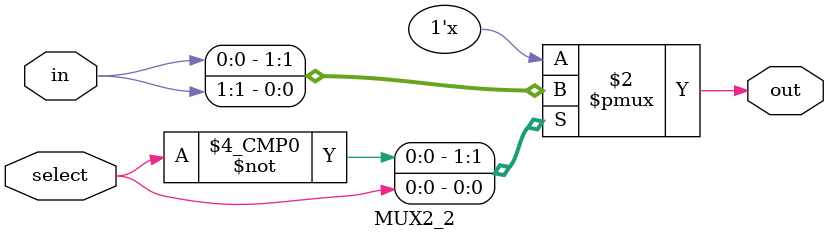
<source format=v>
module MUX2_2(input [1:0] in, input select, output reg out);
always @( in or select)
    case (select)
	    0: out = in[0];
	    1: out = in[1];
	endcase
endmodule
</source>
